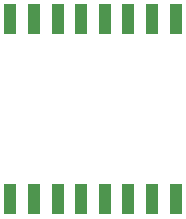
<source format=gbr>
%TF.GenerationSoftware,KiCad,Pcbnew,(6.0.0)*%
%TF.CreationDate,2022-03-02T17:10:44+00:00*%
%TF.ProjectId,Window sensor V5,57696e64-6f77-4207-9365-6e736f722056,rev?*%
%TF.SameCoordinates,Original*%
%TF.FileFunction,Paste,Bot*%
%TF.FilePolarity,Positive*%
%FSLAX46Y46*%
G04 Gerber Fmt 4.6, Leading zero omitted, Abs format (unit mm)*
G04 Created by KiCad (PCBNEW (6.0.0)) date 2022-03-02 17:10:44*
%MOMM*%
%LPD*%
G01*
G04 APERTURE LIST*
%ADD10R,1.000000X2.500000*%
G04 APERTURE END LIST*
D10*
%TO.C,U3*%
X116896000Y-70403400D03*
X118896000Y-70403400D03*
X120896000Y-70403400D03*
X122896000Y-70403400D03*
X124896000Y-70403400D03*
X126896000Y-70403400D03*
X128896000Y-70403400D03*
X130896000Y-70403400D03*
X130896000Y-85603400D03*
X128896000Y-85603400D03*
X126896000Y-85603400D03*
X124896000Y-85603400D03*
X122896000Y-85603400D03*
X120896000Y-85603400D03*
X118896000Y-85603400D03*
X116896000Y-85603400D03*
%TD*%
M02*

</source>
